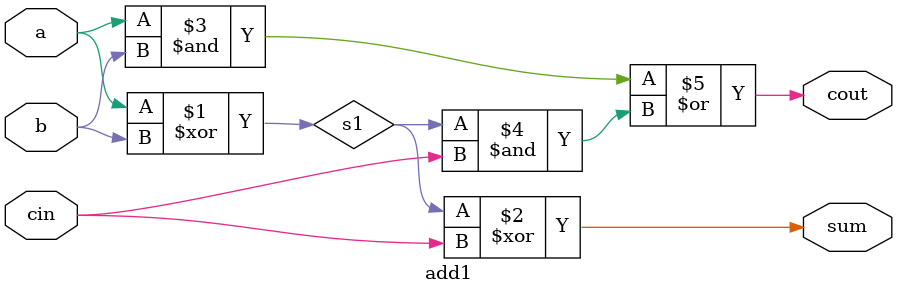
<source format=v>
module top_module (
    input [31:0] a,
    input [31:0] b,
    output [31:0] sum
);
  wire carry;
  
  add16 al(.a(a[15:0]), .b(b[15:0]), .cin(0), .sum(sum[15:0]), .cout(carry));
  add16 ah(.a(a[31:16]), .b(b[31:16]), .cin(carry), .sum(sum[31:16]), .cout());
endmodule

module add1 ( input a, input b, input cin,   output sum, output cout );
  
  wire s1 = a ^ b;
  assign sum = s1 ^ cin;
  assign cout = (a & b) | (s1 & cin);

endmodule

</source>
